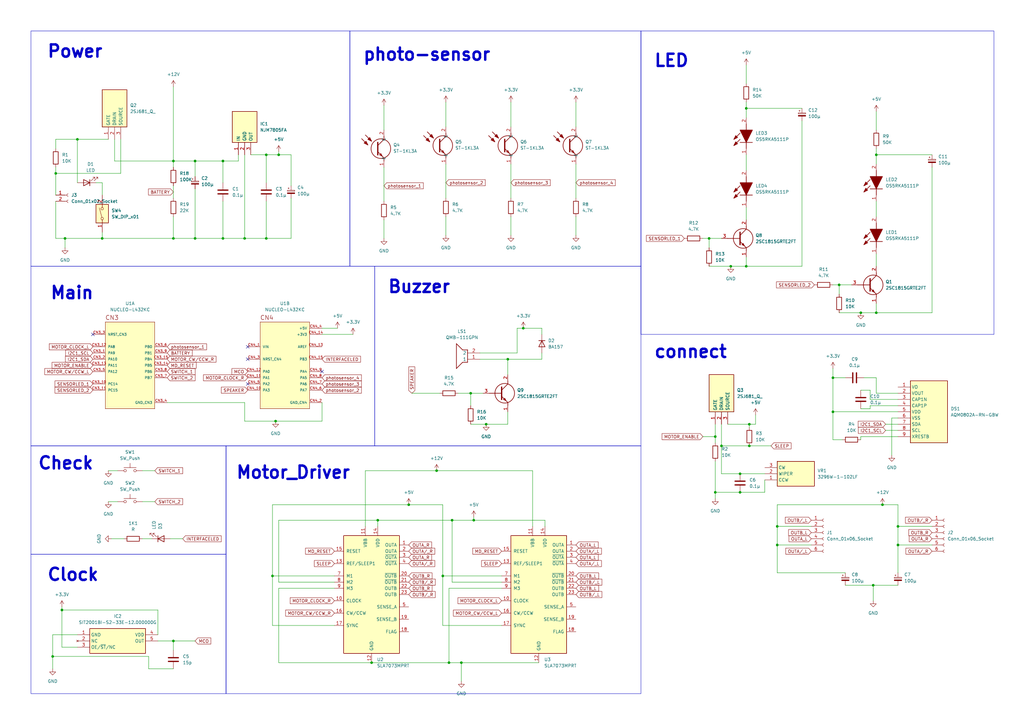
<source format=kicad_sch>
(kicad_sch (version 20231120) (generator "eeschema") (generator_version "8.0")
  (paper "A3")
  (junction (at 189.23 271.78))
  (junction (at 293.37 179.07))
  (junction (at 179.07 193.04))
  (junction (at 80.01 66.04))
  (junction (at 306.07 44.45))
  (junction (at 299.72 109.22))
  (junction (at 71.12 262.89))
  (junction (at 307.34 173.99))
  (junction (at 80.01 97.79))
  (junction (at 368.3 223.52))
  (junction (at 184.15 271.78))
  (junction (at 185.42 213.36))
  (junction (at 214.63 134.62))
  (junction (at 167.64 207.01))
  (junction (at 91.44 66.04))
  (junction (at 41.91 97.79))
  (junction (at 113.03 172.72))
  (junction (at 368.3 215.9))
  (junction (at 21.59 269.24))
  (junction (at 109.22 63.5))
  (junction (at 114.3 63.5))
  (junction (at 193.04 161.29))
  (junction (at 194.31 213.36))
  (junction (at 25.4 250.19))
  (junction (at 341.63 154.94))
  (junction (at 208.28 147.32))
  (junction (at 361.95 207.01))
  (junction (at 181.61 236.22))
  (junction (at 71.12 66.04))
  (junction (at 71.12 97.79))
  (junction (at 199.39 173.99))
  (junction (at 353.06 128.27))
  (junction (at 290.83 97.79))
  (junction (at 154.94 213.36))
  (junction (at 344.17 116.84))
  (junction (at 318.77 223.52))
  (junction (at 109.22 97.79))
  (junction (at 31.75 57.15))
  (junction (at 318.77 215.9))
  (junction (at 111.76 236.22))
  (junction (at 100.33 97.79))
  (junction (at 359.41 128.27))
  (junction (at 341.63 168.91))
  (junction (at 359.41 63.5))
  (junction (at 295.91 182.88))
  (junction (at 307.34 182.88))
  (junction (at 22.86 71.12))
  (junction (at 26.67 97.79))
  (junction (at 91.44 97.79))
  (junction (at 358.14 240.03))
  (junction (at 293.37 201.93))
  (junction (at 303.53 201.93))
  (junction (at 303.53 194.31))
  (junction (at 306.07 109.22))
  (junction (at 152.4 271.78))
  (no_connect (at 101.6 157.48))
  (no_connect (at 101.6 142.24))
  (no_connect (at 132.08 152.4))
  (no_connect (at 101.6 147.32))
  (no_connect (at 38.1 137.16))
  (wire (pts (xy 341.63 180.34) (xy 341.63 168.91)))
  (wire (pts (xy 49.53 71.12) (xy 49.53 57.15)))
  (wire (pts (xy 382.27 128.27) (xy 382.27 68.58)))
  (wire (pts (xy 306.07 26.67) (xy 306.07 34.29)))
  (wire (pts (xy 114.3 213.36) (xy 154.94 213.36)))
  (wire (pts (xy 102.87 63.5) (xy 109.22 63.5)))
  (wire (pts (xy 306.07 85.09) (xy 306.07 90.17)))
  (wire (pts (xy 184.15 241.3) (xy 184.15 271.78)))
  (wire (pts (xy 313.69 196.85) (xy 313.69 201.93)))
  (wire (pts (xy 332.74 223.52) (xy 318.77 223.52)))
  (wire (pts (xy 185.42 213.36) (xy 194.31 213.36)))
  (wire (pts (xy 208.28 147.32) (xy 222.25 147.32)))
  (wire (pts (xy 236.22 67.31) (xy 236.22 81.28)))
  (wire (pts (xy 359.41 60.96) (xy 359.41 63.5)))
  (wire (pts (xy 368.3 207.01) (xy 368.3 215.9)))
  (wire (pts (xy 295.91 182.88) (xy 307.34 182.88)))
  (wire (pts (xy 359.41 128.27) (xy 382.27 128.27)))
  (wire (pts (xy 368.3 215.9) (xy 368.3 223.52)))
  (wire (pts (xy 303.53 194.31) (xy 313.69 194.31)))
  (wire (pts (xy 218.44 193.04) (xy 218.44 215.9)))
  (wire (pts (xy 71.12 35.56) (xy 71.12 66.04)))
  (wire (pts (xy 22.86 68.58) (xy 22.86 71.12)))
  (wire (pts (xy 91.44 97.79) (xy 80.01 97.79)))
  (wire (pts (xy 181.61 207.01) (xy 167.64 207.01)))
  (wire (pts (xy 236.22 41.91) (xy 236.22 52.07)))
  (wire (pts (xy 189.23 271.78) (xy 220.98 271.78)))
  (wire (pts (xy 222.25 137.16) (xy 222.25 134.62)))
  (wire (pts (xy 132.08 137.16) (xy 144.78 137.16)))
  (wire (pts (xy 346.71 234.95) (xy 318.77 234.95)))
  (wire (pts (xy 359.41 104.14) (xy 359.41 109.22)))
  (wire (pts (xy 346.71 154.94) (xy 341.63 154.94)))
  (wire (pts (xy 313.69 201.93) (xy 303.53 201.93)))
  (wire (pts (xy 209.55 88.9) (xy 209.55 96.52)))
  (wire (pts (xy 181.61 236.22) (xy 181.61 207.01)))
  (wire (pts (xy 368.3 161.29) (xy 359.41 161.29)))
  (wire (pts (xy 361.95 207.01) (xy 368.3 207.01)))
  (wire (pts (xy 205.74 241.3) (xy 184.15 241.3)))
  (wire (pts (xy 22.86 57.15) (xy 22.86 60.96)))
  (wire (pts (xy 71.12 76.2) (xy 71.12 81.28)))
  (wire (pts (xy 290.83 97.79) (xy 295.91 97.79)))
  (wire (pts (xy 185.42 238.76) (xy 185.42 213.36)))
  (wire (pts (xy 58.42 205.74) (xy 63.5 205.74)))
  (wire (pts (xy 25.4 250.19) (xy 25.4 248.92)))
  (wire (pts (xy 80.01 77.47) (xy 80.01 97.79)))
  (wire (pts (xy 368.3 179.07) (xy 353.06 179.07)))
  (wire (pts (xy 21.59 269.24) (xy 60.96 269.24)))
  (wire (pts (xy 31.75 57.15) (xy 22.86 57.15)))
  (wire (pts (xy 223.52 213.36) (xy 223.52 215.9)))
  (wire (pts (xy 306.07 41.91) (xy 306.07 44.45)))
  (wire (pts (xy 80.01 66.04) (xy 80.01 72.39)))
  (wire (pts (xy 168.91 161.29) (xy 180.34 161.29)))
  (wire (pts (xy 181.61 256.54) (xy 181.61 236.22)))
  (wire (pts (xy 306.07 105.41) (xy 306.07 109.22)))
  (wire (pts (xy 359.41 154.94) (xy 354.33 154.94)))
  (wire (pts (xy 187.96 161.29) (xy 193.04 161.29)))
  (wire (pts (xy 368.3 163.83) (xy 356.87 163.83)))
  (wire (pts (xy 22.86 71.12) (xy 22.86 80.01)))
  (wire (pts (xy 359.41 45.72) (xy 359.41 53.34)))
  (wire (pts (xy 346.71 240.03) (xy 358.14 240.03)))
  (wire (pts (xy 359.41 63.5) (xy 382.27 63.5)))
  (wire (pts (xy 91.44 66.04) (xy 91.44 74.93)))
  (wire (pts (xy 44.45 57.15) (xy 31.75 57.15)))
  (wire (pts (xy 100.33 63.5) (xy 100.33 97.79)))
  (wire (pts (xy 39.37 74.93) (xy 41.91 74.93)))
  (wire (pts (xy 328.93 109.22) (xy 328.93 49.53)))
  (wire (pts (xy 114.3 63.5) (xy 119.38 63.5)))
  (wire (pts (xy 157.48 68.58) (xy 157.48 82.55)))
  (wire (pts (xy 64.77 262.89) (xy 71.12 262.89)))
  (wire (pts (xy 382.27 223.52) (xy 368.3 223.52)))
  (wire (pts (xy 149.86 193.04) (xy 149.86 215.9)))
  (wire (pts (xy 307.34 182.88) (xy 316.23 182.88)))
  (wire (pts (xy 236.22 88.9) (xy 236.22 96.52)))
  (wire (pts (xy 41.91 74.93) (xy 41.91 80.01)))
  (wire (pts (xy 114.3 63.5) (xy 114.3 62.23)))
  (wire (pts (xy 358.14 240.03) (xy 358.14 246.38)))
  (wire (pts (xy 109.22 63.5) (xy 109.22 74.93)))
  (wire (pts (xy 194.31 212.09) (xy 194.31 213.36)))
  (wire (pts (xy 356.87 163.83) (xy 356.87 160.02)))
  (wire (pts (xy 182.88 41.91) (xy 182.88 52.07)))
  (wire (pts (xy 306.07 63.5) (xy 306.07 69.85)))
  (wire (pts (xy 363.22 173.99) (xy 368.3 173.99)))
  (wire (pts (xy 344.17 116.84) (xy 344.17 120.65)))
  (wire (pts (xy 64.77 250.19) (xy 25.4 250.19)))
  (wire (pts (xy 114.3 238.76) (xy 114.3 213.36)))
  (wire (pts (xy 222.25 147.32) (xy 222.25 144.78)))
  (wire (pts (xy 353.06 179.07) (xy 353.06 180.34)))
  (wire (pts (xy 181.61 236.22) (xy 205.74 236.22)))
  (wire (pts (xy 306.07 109.22) (xy 299.72 109.22)))
  (wire (pts (xy 293.37 179.07) (xy 293.37 181.61)))
  (wire (pts (xy 21.59 260.35) (xy 21.59 269.24)))
  (wire (pts (xy 182.88 67.31) (xy 182.88 81.28)))
  (wire (pts (xy 341.63 154.94) (xy 341.63 168.91)))
  (wire (pts (xy 152.4 271.78) (xy 184.15 271.78)))
  (wire (pts (xy 71.12 66.04) (xy 46.99 66.04)))
  (wire (pts (xy 167.64 207.01) (xy 111.76 207.01)))
  (wire (pts (xy 80.01 66.04) (xy 71.12 66.04)))
  (wire (pts (xy 290.83 97.79) (xy 290.83 101.6)))
  (wire (pts (xy 21.59 269.24) (xy 21.59 274.32)))
  (wire (pts (xy 293.37 189.23) (xy 293.37 201.93)))
  (wire (pts (xy 132.08 165.1) (xy 132.08 172.72)))
  (wire (pts (xy 193.04 166.37) (xy 193.04 161.29)))
  (wire (pts (xy 64.77 260.35) (xy 64.77 250.19)))
  (wire (pts (xy 194.31 213.36) (xy 223.52 213.36)))
  (wire (pts (xy 306.07 44.45) (xy 328.93 44.45)))
  (wire (pts (xy 111.76 207.01) (xy 111.76 236.22)))
  (wire (pts (xy 68.58 165.1) (xy 100.33 165.1)))
  (wire (pts (xy 341.63 116.84) (xy 344.17 116.84)))
  (wire (pts (xy 31.75 265.43) (xy 25.4 265.43)))
  (wire (pts (xy 359.41 128.27) (xy 353.06 128.27)))
  (wire (pts (xy 182.88 88.9) (xy 182.88 96.52)))
  (wire (pts (xy 109.22 97.79) (xy 100.33 97.79)))
  (wire (pts (xy 306.07 44.45) (xy 306.07 48.26)))
  (wire (pts (xy 368.3 240.03) (xy 358.14 240.03)))
  (wire (pts (xy 344.17 128.27) (xy 353.06 128.27)))
  (wire (pts (xy 193.04 173.99) (xy 199.39 173.99)))
  (wire (pts (xy 341.63 154.94) (xy 341.63 151.13)))
  (wire (pts (xy 184.15 271.78) (xy 189.23 271.78)))
  (wire (pts (xy 71.12 262.89) (xy 80.01 262.89)))
  (wire (pts (xy 318.77 215.9) (xy 318.77 223.52)))
  (wire (pts (xy 97.79 63.5) (xy 97.79 66.04)))
  (wire (pts (xy 318.77 215.9) (xy 318.77 207.01)))
  (wire (pts (xy 309.88 173.99) (xy 309.88 170.18)))
  (wire (pts (xy 205.74 238.76) (xy 185.42 238.76)))
  (wire (pts (xy 199.39 173.99) (xy 208.28 173.99)))
  (wire (pts (xy 288.29 97.79) (xy 290.83 97.79)))
  (wire (pts (xy 303.53 201.93) (xy 293.37 201.93)))
  (wire (pts (xy 22.86 97.79) (xy 26.67 97.79)))
  (wire (pts (xy 359.41 63.5) (xy 359.41 67.31)))
  (wire (pts (xy 293.37 201.93) (xy 293.37 204.47)))
  (wire (pts (xy 157.48 90.17) (xy 157.48 97.79)))
  (wire (pts (xy 295.91 194.31) (xy 303.53 194.31)))
  (wire (pts (xy 208.28 168.91) (xy 208.28 173.99)))
  (wire (pts (xy 344.17 116.84) (xy 349.25 116.84)))
  (wire (pts (xy 295.91 173.99) (xy 295.91 182.88)))
  (wire (pts (xy 318.77 215.9) (xy 332.74 215.9)))
  (wire (pts (xy 368.3 223.52) (xy 368.3 234.95)))
  (wire (pts (xy 137.16 238.76) (xy 114.3 238.76)))
  (wire (pts (xy 41.91 95.25) (xy 41.91 97.79)))
  (wire (pts (xy 359.41 154.94) (xy 359.41 161.29)))
  (wire (pts (xy 368.3 215.9) (xy 382.27 215.9)))
  (wire (pts (xy 50.8 220.98) (xy 45.72 220.98)))
  (wire (pts (xy 154.94 213.36) (xy 185.42 213.36)))
  (wire (pts (xy 214.63 134.62) (xy 222.25 134.62)))
  (wire (pts (xy 22.86 82.55) (xy 22.86 97.79)))
  (wire (pts (xy 368.3 171.45) (xy 365.76 171.45)))
  (wire (pts (xy 62.23 220.98) (xy 58.42 220.98)))
  (wire (pts (xy 132.08 172.72) (xy 113.03 172.72)))
  (wire (pts (xy 111.76 236.22) (xy 137.16 236.22)))
  (wire (pts (xy 111.76 236.22) (xy 111.76 256.54)))
  (wire (pts (xy 100.33 172.72) (xy 113.03 172.72)))
  (wire (pts (xy 196.85 144.78) (xy 212.09 144.78)))
  (wire (pts (xy 193.04 161.29) (xy 198.12 161.29)))
  (wire (pts (xy 179.07 193.04) (xy 149.86 193.04)))
  (wire (pts (xy 119.38 63.5) (xy 119.38 76.2)))
  (wire (pts (xy 179.07 193.04) (xy 218.44 193.04)))
  (wire (pts (xy 341.63 168.91) (xy 368.3 168.91)))
  (wire (pts (xy 359.41 82.55) (xy 359.41 88.9)))
  (wire (pts (xy 91.44 82.55) (xy 91.44 97.79)))
  (wire (pts (xy 91.44 66.04) (xy 80.01 66.04)))
  (wire (pts (xy 60.96 269.24) (xy 60.96 274.32)))
  (wire (pts (xy 58.42 193.04) (xy 63.5 193.04)))
  (wire (pts (xy 31.75 57.15) (xy 31.75 74.93)))
  (wire (pts (xy 363.22 176.53) (xy 368.3 176.53)))
  (wire (pts (xy 209.55 67.31) (xy 209.55 81.28)))
  (wire (pts (xy 356.87 167.64) (xy 356.87 166.37)))
  (wire (pts (xy 60.96 274.32) (xy 71.12 274.32)))
  (wire (pts (xy 22.86 71.12) (xy 49.53 71.12)))
  (wire (pts (xy 71.12 97.79) (xy 71.12 88.9)))
  (wire (pts (xy 307.34 173.99) (xy 307.34 175.26)))
  (wire (pts (xy 154.94 213.36) (xy 154.94 215.9)))
  (wire (pts (xy 114.3 241.3) (xy 114.3 271.78)))
  (wire (pts (xy 307.34 173.99) (xy 309.88 173.99)))
  (wire (pts (xy 132.08 134.62) (xy 138.43 134.62)))
  (wire (pts (xy 100.33 97.79) (xy 91.44 97.79)))
  (wire (pts (xy 114.3 271.78) (xy 152.4 271.78)))
  (wire (pts (xy 26.67 101.6) (xy 26.67 97.79)))
  (wire (pts (xy 295.91 182.88) (xy 295.91 194.31)))
  (wire (pts (xy 196.85 147.32) (xy 208.28 147.32)))
  (wire (pts (xy 119.38 97.79) (xy 109.22 97.79)))
  (wire (pts (xy 157.48 43.18) (xy 157.48 53.34)))
  (wire (pts (xy 137.16 241.3) (xy 114.3 241.3)))
  (wire (pts (xy 109.22 63.5) (xy 114.3 63.5)))
  (wire (pts (xy 345.44 180.34) (xy 341.63 180.34)))
  (wire (pts (xy 26.67 97.79) (xy 41.91 97.79)))
  (wire (pts (xy 119.38 81.28) (xy 119.38 97.79)))
  (wire (pts (xy 46.99 66.04) (xy 46.99 57.15)))
  (wire (pts (xy 74.93 220.98) (xy 69.85 220.98)))
  (wire (pts (xy 288.29 179.07) (xy 293.37 179.07)))
  (wire (pts (xy 31.75 260.35) (xy 21.59 260.35)))
  (wire (pts (xy 109.22 82.55) (xy 109.22 97.79)))
  (wire (pts (xy 359.41 124.46) (xy 359.41 128.27)))
  (wire (pts (xy 290.83 109.22) (xy 299.72 109.22)))
  (wire (pts (xy 318.77 207.01) (xy 361.95 207.01)))
  (wire (pts (xy 209.55 41.91) (xy 209.55 52.07)))
  (wire (pts (xy 298.45 173.99) (xy 307.34 173.99)))
  (wire (pts (xy 356.87 166.37) (xy 368.3 166.37)))
  (wire (pts (xy 356.87 160.02) (xy 353.06 160.02)))
  (wire (pts (xy 80.01 97.79) (xy 71.12 97.79)))
  (wire (pts (xy 71.12 66.04) (xy 71.12 68.58)))
  (wire (pts (xy 353.06 167.64) (xy 356.87 167.64)))
  (wire (pts (xy 293.37 173.99) (xy 293.37 179.07)))
  (wire (pts (xy 318.77 223.52) (xy 318.77 234.95)))
  (wire (pts (xy 212.09 134.62) (xy 214.63 134.62)))
  (wire (pts (xy 208.28 147.32) (xy 208.28 153.67)))
  (wire (pts (xy 97.79 66.04) (xy 91.44 66.04)))
  (wire (pts (xy 137.16 256.54) (xy 111.76 256.54)))
  (wire (pts (xy 212.09 144.78) (xy 212.09 134.62)))
  (wire (pts (xy 44.45 193.04) (xy 48.26 193.04)))
  (wire (pts (xy 44.45 205.74) (xy 48.26 205.74)))
  (wire (pts (xy 41.91 97.79) (xy 71.12 97.79)))
  (wire (pts (xy 100.33 165.1) (xy 100.33 172.72)))
  (wire (pts (xy 306.07 109.22) (xy 328.93 109.22)))
  (wire (pts (xy 189.23 271.78) (xy 189.23 279.4)))
  (wire (pts (xy 71.12 262.89) (xy 71.12 266.7)))
  (wire (pts (xy 365.76 171.45) (xy 365.76 186.69)))
  (wire (pts (xy 25.4 265.43) (xy 25.4 250.19)))
  (wire (pts (xy 205.74 256.54) (xy 181.61 256.54)))
  (rectangle (start 12.7 12.7) (end 143.51 109.22))
  (rectangle (start 92.71 182.88) (end 262.89 284.48))
  (rectangle (start 12.7 182.88) (end 92.71 227.33))
  (rectangle (start 262.89 12.7) (end 407.67 137.16))
  (rectangle (start 12.7 227.33) (end 92.71 284.48))
  (rectangle (start 153.67 109.22) (end 262.89 182.88))
  (rectangle (start 143.51 12.7) (end 262.89 109.22))
  (rectangle (start 12.7 109.22) (end 153.67 182.88))
  (text "photo-sensor\n" (at 148.59 25.4 0) (effects (font (size 5 5) (bold yes)) (justify left bottom)))
  (text "Check\n" (at 15.24 193.04 0) (effects (font (size 5 5) (thickness 1) (bold yes)) (justify left bottom)))
  (text "Power" (at 19.05 24.13 0) (effects (font (size 5 5) (thickness 1) (bold yes)) (justify left bottom)))
  (text "connect" (at 267.97 147.32 0) (effects (font (size 5 5) (bold yes)) (justify left bottom)))
  (text "Buzzer" (at 158.75 120.65 0) (effects (font (size 5 5) (bold yes)) (justify left bottom)))
  (text "Motor_Driver" (at 96.52 196.85 0) (effects (font (size 5 5) (bold yes)) (justify left bottom)))
  (text "Main" (at 20.32 123.19 0) (effects (font (size 5 5) (bold yes)) (justify left bottom)))
  (text "LED" (at 267.97 27.94 0) (effects (font (size 5 5) (bold yes)) (justify left bottom)))
  (text "Clock" (at 19.05 238.76 0) (effects (font (size 5 5) (thickness 1) (bold yes)) (justify left bottom)))
  (global_label "photosensor_3" (shape input) (at 209.55 74.93 0) (property "Intersheetrefs" "${INTERSHEET_REFS}" (effects (hide yes))))
  (global_label "I2C1_SCL" (shape input) (at 363.22 176.53 180) (property "Intersheetrefs" "${INTERSHEET_REFS}" (effects (hide yes))))
  (global_label "OUTA{slash}_R" (shape input) (at 167.64 226.06 0) (property "Intersheetrefs" "${INTERSHEET_REFS}" (effects (hide yes))))
  (global_label "OUTB{slash}_R" (shape input) (at 167.64 243.84 0) (property "Intersheetrefs" "${INTERSHEET_REFS}" (effects (hide yes))))
  (global_label "SWITCH_2" (shape input) (at 68.58 154.94 0) (property "Intersheetrefs" "${INTERSHEET_REFS}" (effects (hide yes))))
  (global_label "SWITCH_1" (shape input) (at 68.58 152.4 0) (property "Intersheetrefs" "${INTERSHEET_REFS}" (effects (hide yes))))
  (global_label "photosensor_2" (shape input) (at 182.88 74.93 0) (property "Intersheetrefs" "${INTERSHEET_REFS}" (effects (hide yes))))
  (global_label "SENSORLED_2" (shape input) (at 38.1 160.02 180) (property "Intersheetrefs" "${INTERSHEET_REFS}" (effects (hide yes))))
  (global_label "OUTB{slash}_R" (shape input) (at 382.27 213.36 180) (property "Intersheetrefs" "${INTERSHEET_REFS}" (effects (hide yes))))
  (global_label "photosensor_1" (shape input) (at 157.48 76.2 0) (property "Intersheetrefs" "${INTERSHEET_REFS}" (effects (hide yes))))
  (global_label "SENSORLED_1" (shape input) (at 280.67 97.79 180) (property "Intersheetrefs" "${INTERSHEET_REFS}" (effects (hide yes))))
  (global_label "I2C1_SDA" (shape input) (at 363.22 173.99 180) (property "Intersheetrefs" "${INTERSHEET_REFS}" (effects (hide yes))))
  (global_label "OUTB{slash}_L" (shape input) (at 236.22 243.84 0) (property "Intersheetrefs" "${INTERSHEET_REFS}" (effects (hide yes))))
  (global_label "MCO" (shape input) (at 80.01 262.89 0) (property "Intersheetrefs" "${INTERSHEET_REFS}" (effects (hide yes))))
  (global_label "photosensor_2" (shape input) (at 132.08 160.02 0) (property "Intersheetrefs" "${INTERSHEET_REFS}" (effects (hide yes))))
  (global_label "MOTOR_CW{slash}CCW_L" (shape input) (at 38.1 152.4 180) (property "Intersheetrefs" "${INTERSHEET_REFS}" (effects (hide yes))))
  (global_label "photosensor_4" (shape input) (at 236.22 74.93 0) (property "Intersheetrefs" "${INTERSHEET_REFS}" (effects (hide yes))))
  (global_label "MD_RESET" (shape input) (at 137.16 226.06 180) (property "Intersheetrefs" "${INTERSHEET_REFS}" (effects (hide yes))))
  (global_label "SENSORLED_2" (shape input) (at 334.01 116.84 180) (property "Intersheetrefs" "${INTERSHEET_REFS}" (effects (hide yes))))
  (global_label "OUTA{slash}_L" (shape input) (at 236.22 226.06 0) (property "Intersheetrefs" "${INTERSHEET_REFS}" (effects (hide yes))))
  (global_label "OUTA{slash}_L" (shape input) (at 332.74 226.06 180) (property "Intersheetrefs" "${INTERSHEET_REFS}" (effects (hide yes))))
  (global_label "OUTB_L" (shape input) (at 236.22 241.3 0) (property "Intersheetrefs" "${INTERSHEET_REFS}" (effects (hide yes))))
  (global_label "MOTOR_CLOCK_L" (shape input) (at 38.1 142.24 180) (property "Intersheetrefs" "${INTERSHEET_REFS}" (effects (hide yes))))
  (global_label "OUTB{slash}_L" (shape input) (at 332.74 213.36 180) (property "Intersheetrefs" "${INTERSHEET_REFS}" (effects (hide yes))))
  (global_label "SLEEP" (shape input) (at 137.16 231.14 180) (property "Intersheetrefs" "${INTERSHEET_REFS}" (effects (hide yes))))
  (global_label "INTERFACELED" (shape input) (at 132.08 147.32 0) (property "Intersheetrefs" "${INTERSHEET_REFS}" (effects (hide yes))))
  (global_label "MD_RESET" (shape input) (at 205.74 226.06 180) (property "Intersheetrefs" "${INTERSHEET_REFS}" (effects (hide yes))))
  (global_label "OUTA_R" (shape input) (at 382.27 220.98 180) (property "Intersheetrefs" "${INTERSHEET_REFS}" (effects (hide yes))))
  (global_label "OUTB_R" (shape input) (at 167.64 241.3 0) (property "Intersheetrefs" "${INTERSHEET_REFS}" (effects (hide yes))))
  (global_label "MCO" (shape input) (at 101.6 152.4 180) (property "Intersheetrefs" "${INTERSHEET_REFS}" (effects (hide yes))))
  (global_label "photosensor_4" (shape input) (at 132.08 154.94 0) (property "Intersheetrefs" "${INTERSHEET_REFS}" (effects (hide yes))))
  (global_label "SWITCH_2" (shape input) (at 63.5 205.74 0) (property "Intersheetrefs" "${INTERSHEET_REFS}" (effects (hide yes))))
  (global_label "OUTA_L" (shape input) (at 236.22 228.6 0) (property "Intersheetrefs" "${INTERSHEET_REFS}" (effects (hide yes))))
  (global_label "OUTB_R" (shape input) (at 382.27 218.44 180) (property "Intersheetrefs" "${INTERSHEET_REFS}" (effects (hide yes))))
  (global_label "OUTA_L" (shape input) (at 332.74 220.98 180) (property "Intersheetrefs" "${INTERSHEET_REFS}" (effects (hide yes))))
  (global_label "OUTB{slash}_L" (shape input) (at 236.22 238.76 0) (property "Intersheetrefs" "${INTERSHEET_REFS}" (effects (hide yes))))
  (global_label "SLEEP" (shape input) (at 205.74 231.14 180) (property "Intersheetrefs" "${INTERSHEET_REFS}" (effects (hide yes))))
  (global_label "OUTA{slash}_R" (shape input) (at 167.64 231.14 0) (property "Intersheetrefs" "${INTERSHEET_REFS}" (effects (hide yes))))
  (global_label "MOTOR_CW{slash}CCW_R" (shape input) (at 137.16 251.46 180) (property "Intersheetrefs" "${INTERSHEET_REFS}" (effects (hide yes))))
  (global_label "MOTOR_CW{slash}CCW_L" (shape input) (at 205.74 251.46 180) (property "Intersheetrefs" "${INTERSHEET_REFS}" (effects (hide yes))))
  (global_label "BATTERY" (shape input) (at 71.12 78.74 180) (property "Intersheetrefs" "${INTERSHEET_REFS}" (effects (hide yes))))
  (global_label "OUTB{slash}_R" (shape input) (at 167.64 238.76 0) (property "Intersheetrefs" "${INTERSHEET_REFS}" (effects (hide yes))))
  (global_label "OUTB_L" (shape input) (at 236.22 236.22 0) (property "Intersheetrefs" "${INTERSHEET_REFS}" (effects (hide yes))))
  (global_label "OUTA_R" (shape input) (at 167.64 228.6 0) (property "Intersheetrefs" "${INTERSHEET_REFS}" (effects (hide yes))))
  (global_label "MOTOR_ENABLE" (shape input) (at 38.1 149.86 180) (property "Intersheetrefs" "${INTERSHEET_REFS}" (effects (hide yes))))
  (global_label "MOTOR_CLOCK_R" (shape input) (at 101.6 154.94 180) (property "Intersheetrefs" "${INTERSHEET_REFS}" (effects (hide yes))))
  (global_label "MOTOR_ENABLE" (shape input) (at 288.29 179.07 180) (property "Intersheetrefs" "${INTERSHEET_REFS}" (effects (hide yes))))
  (global_label "SENSORLED_1" (shape input) (at 38.1 157.48 180) (property "Intersheetrefs" "${INTERSHEET_REFS}" (effects (hide yes))))
  (global_label "photosensor_3" (shape input) (at 132.08 157.48 0) (property "Intersheetrefs" "${INTERSHEET_REFS}" (effects (hide yes))))
  (global_label "OUTB_R" (shape input) (at 167.64 236.22 0) (property "Intersheetrefs" "${INTERSHEET_REFS}" (effects (hide yes))))
  (global_label "OUTA{slash}_R" (shape input) (at 382.27 226.06 180) (property "Intersheetrefs" "${INTERSHEET_REFS}" (effects (hide yes))))
  (global_label "MOTOR_CLOCK_L" (shape input) (at 205.74 246.38 180) (property "Intersheetrefs" "${INTERSHEET_REFS}" (effects (hide yes))))
  (global_label "SPEAKER" (shape input) (at 168.91 161.29 90) (property "Intersheetrefs" "${INTERSHEET_REFS}" (effects (hide yes))))
  (global_label "SLEEP" (shape input) (at 316.23 182.88 0) (property "Intersheetrefs" "${INTERSHEET_REFS}" (effects (hide yes))))
  (global_label "BATTERY" (shape input) (at 68.58 144.78 0) (property "Intersheetrefs" "${INTERSHEET_REFS}" (effects (hide yes))))
  (global_label "OUTB_L" (shape input) (at 332.74 218.44 180) (property "Intersheetrefs" "${INTERSHEET_REFS}" (effects (hide yes))))
  (global_label "OUTA_R" (shape input) (at 167.64 223.52 0) (property "Intersheetrefs" "${INTERSHEET_REFS}" (effects (hide yes))))
  (global_label "I2C1_SDA" (shape input) (at 38.1 147.32 180) (property "Intersheetrefs" "${INTERSHEET_REFS}" (effects (hide yes))))
  (global_label "SWITCH_1" (shape input) (at 63.5 193.04 0) (property "Intersheetrefs" "${INTERSHEET_REFS}" (effects (hide yes))))
  (global_label "MOTOR_CLOCK_R" (shape input) (at 137.16 246.38 180) (property "Intersheetrefs" "${INTERSHEET_REFS}" (effects (hide yes))))
  (global_label "OUTA_L" (shape input) (at 236.22 223.52 0) (property "Intersheetrefs" "${INTERSHEET_REFS}" (effects (hide yes))))
  (global_label "OUTA{slash}_L" (shape input) (at 236.22 231.14 0) (property "Intersheetrefs" "${INTERSHEET_REFS}" (effects (hide yes))))
  (global_label "MOTOR_CW{slash}CCW_R" (shape input) (at 68.58 147.32 0) (property "Intersheetrefs" "${INTERSHEET_REFS}" (effects (hide yes))))
  (global_label "MD_RESET" (shape input) (at 68.58 149.86 0) (property "Intersheetrefs" "${INTERSHEET_REFS}" (effects (hide yes))))
  (global_label "I2C1_SCL" (shape input) (at 38.1 144.78 180) (property "Intersheetrefs" "${INTERSHEET_REFS}" (effects (hide yes))))
  (global_label "photosensor_1" (shape input) (at 68.58 142.24 0) (property "Intersheetrefs" "${INTERSHEET_REFS}" (effects (hide yes))))
  (global_label "SPEAKER" (shape input) (at 101.6 160.02 180) (property "Intersheetrefs" "${INTERSHEET_REFS}" (effects (hide yes))))
  (global_label "INTERFACELED" (shape input) (at 74.93 220.98 0) (property "Intersheetrefs" "${INTERSHEET_REFS}" (effects (hide yes))))
  (symbol (lib_id "Device:C") (at 71.12 270.51 0) (unit 1)
    (property "Reference" "C5" (at 74.93 269.24 0) (effects (justify left)))
    (property "Value" "15p" (at 74.93 271.78 0) (effects (justify left)))
    (property "Footprint" "Capacitor_SMD:C_0603_1608Metric" (effects (hide yes)))
  )
  (symbol (lib_id "Driver_Motor:SLA7073MPRT") (at 220.98 243.84 0) (unit 1)
    (property "Reference" "U3" (at 223.1741 270.51 0) (effects (justify left)))
    (property "Value" "SLA7073MPRT" (at 223.1741 273.05 0) (effects (justify left)))
    (property "Footprint" "SLA7073MPRT:SLA7073MPRT" (effects (hide yes)))
    (property "Datasheet" "http://www.semicon.sanken-ele.co.jp/sk_content/sla7073mprt_ds_en.pdf" (effects (hide yes)))
  )
  (symbol (lib_id "power:+3.3V") (at 157.48 43.18 0) (unit 1)
    (property "Reference" "#PWR017" (effects (hide yes)))
    (property "Value" "+3.3V" (at 157.48 38.1 0))
  )
  (symbol (lib_id "Switch:SW_Push") (at 53.34 193.04 0) (unit 1)
    (property "Reference" "SW1" (at 53.34 185.42 0))
    (property "Value" "SW_Push" (at 53.34 187.96 0))
    (property "Footprint" "Button_Switch_THT:SW_PUSH_6mm_H7.3mm" (effects (hide yes)))
  )
  (symbol (lib_id "ST-1KL3A:ST-1KL3A") (at 157.48 53.34 0) (unit 1)
    (property "Reference" "Q4" (at 161.29 59.436 0) (effects (justify left)))
    (property "Value" "ST-1KL3A" (at 161.29 61.976 0) (effects (justify left)))
    (property "Footprint" "ST-1KL3A:ST1KL3A" (effects (hide yes)))
    (property "Datasheet" "https://www.kodenshi.co.jp/files/product/ST-1KL3A.pdf" (effects (hide yes)))
    (property "Height" "6.7" (effects (hide yes)))
    (property "RS Part Number" "6051442" (effects (hide yes)))
    (property "RS Price/Stock" "https://uk.rs-online.com/web/p/products/6051442" (effects (hide yes)))
    (property "Manufacturer_Name" "KODENSHI" (effects (hide yes)))
    (property "Manufacturer_Part_Number" "ST-1KL3A" (effects (hide yes)))
  )
  (symbol (lib_id "ST-1KL3A:ST-1KL3A") (at 209.55 52.07 0) (unit 1)
    (property "Reference" "Q6" (at 213.36 58.166 0) (effects (justify left)))
    (property "Value" "ST-1KL3A" (at 213.36 60.706 0) (effects (justify left)))
    (property "Footprint" "ST-1KL3A:ST1KL3A" (effects (hide yes)))
    (property "Datasheet" "https://www.kodenshi.co.jp/files/product/ST-1KL3A.pdf" (effects (hide yes)))
    (property "Height" "6.7" (effects (hide yes)))
    (property "RS Part Number" "6051442" (effects (hide yes)))
    (property "RS Price/Stock" "https://uk.rs-online.com/web/p/products/6051442" (effects (hide yes)))
    (property "Manufacturer_Name" "KODENSHI" (effects (hide yes)))
    (property "Manufacturer_Part_Number" "ST-1KL3A" (effects (hide yes)))
  )
  (symbol (lib_id "power:+12V") (at 361.95 207.01 0) (unit 1)
    (property "Reference" "#PWR014" (effects (hide yes)))
    (property "Value" "+12V" (at 361.95 201.93 0))
  )
  (symbol (lib_id "power:GND") (at 157.48 97.79 0) (unit 1)
    (property "Reference" "#PWR018" (effects (hide yes)))
    (property "Value" "GND" (at 157.48 102.87 0))
  )
  (symbol (lib_id "Device:R") (at 290.83 105.41 0) (unit 1)
    (property "Reference" "R13" (at 293.37 104.14 0) (effects (justify left)))
    (property "Value" "10K" (at 293.37 106.68 0) (effects (justify left)))
    (property "Footprint" "Resistor_SMD:R_0603_1608Metric_Pad0.98x0.95mm_HandSolder" (effects (hide yes)))
  )
  (symbol (lib_id "Device:R") (at 284.48 97.79 270) (unit 1)
    (property "Reference" "R12" (at 284.48 91.44 90))
    (property "Value" "4.7K" (at 284.48 93.98 90))
    (property "Footprint" "Resistor_SMD:R_0603_1608Metric_Pad0.98x0.95mm_HandSolder" (effects (hide yes)))
  )
  (symbol (lib_id "Connector:Conn_01x06_Socket") (at 387.35 218.44 0) (unit 1)
    (property "Reference" "J2" (at 388.62 218.44 0) (effects (justify left)))
    (property "Value" "Conn_01x06_Socket" (at 388.62 220.98 0) (effects (justify left)))
    (property "Footprint" "Connector_JST:JST_XH_B6B-XH-A_1x06_P2.50mm_Vertical" (effects (hide yes)))
  )
  (symbol (lib_id "power:GND") (at 299.72 109.22 0) (unit 1)
    (property "Reference" "#PWR027" (effects (hide yes)))
    (property "Value" "GND" (at 299.72 114.3 0))
  )
  (symbol (lib_id "Device:C_Polarized_Small") (at 119.38 78.74 0) (unit 1)
    (property "Reference" "C4" (at 121.92 76.9239 0) (effects (justify left)))
    (property "Value" "100μ" (at 121.92 79.4639 0) (effects (justify left)))
    (property "Footprint" "Capacitor_THT:CP_Radial_D6.3mm_P2.50mm" (effects (hide yes)))
  )
  (symbol (lib_id "power:GND") (at 45.72 220.98 270) (mirror x) (unit 1)
    (property "Reference" "#PWR033" (effects (hide yes)))
    (property "Value" "GND" (at 40.64 220.98 0))
  )
  (symbol (lib_id "power:+5V") (at 138.43 134.62 0) (unit 1)
    (property "Reference" "#PWR02" (effects (hide yes)))
    (property "Value" "+5V" (at 138.43 129.54 0))
  )
  (symbol (lib_id "power:GND") (at 236.22 96.52 0) (unit 1)
    (property "Reference" "#PWR024" (effects (hide yes)))
    (property "Value" "GND" (at 236.22 101.6 0))
  )
  (symbol (lib_id "Device:R") (at 71.12 85.09 0) (unit 1)
    (property "Reference" "R19" (at 73.66 83.82 0) (effects (justify left)))
    (property "Value" "22K" (at 73.66 86.36 0) (effects (justify left)))
    (property "Footprint" "Resistor_SMD:R_0603_1608Metric_Pad0.98x0.95mm_HandSolder" (effects (hide yes)))
  )
  (symbol (lib_id "power:+12V") (at 71.12 35.56 0) (unit 1)
    (property "Reference" "#PWR034" (effects (hide yes)))
    (property "Value" "+12V" (at 71.12 30.48 0))
  )
  (symbol (lib_id "Device:R") (at 157.48 86.36 0) (unit 1)
    (property "Reference" "R5" (at 160.02 85.09 0) (effects (justify left)))
    (property "Value" "4.7K" (at 160.02 87.63 0) (effects (justify left)))
    (property "Footprint" "Resistor_SMD:R_0603_1608Metric_Pad0.98x0.95mm_HandSolder" (effects (hide yes)))
  )
  (symbol (lib_id "power:+3.3V") (at 25.4 248.92 0) (unit 1)
    (property "Reference" "#PWR05" (effects (hide yes)))
    (property "Value" "+3.3V" (at 25.4 243.84 0))
  )
  (symbol (lib_id "power:+3.3V") (at 209.55 41.91 0) (unit 1)
    (property "Reference" "#PWR021" (effects (hide yes)))
    (property "Value" "+3.3V" (at 209.55 36.83 0))
  )
  (symbol (lib_id "Device:R") (at 344.17 124.46 0) (unit 1)
    (property "Reference" "R10" (at 346.71 123.19 0) (effects (justify left)))
    (property "Value" "10K" (at 346.71 125.73 0) (effects (justify left)))
    (property "Footprint" "Resistor_SMD:R_0603_1608Metric_Pad0.98x0.95mm_HandSolder" (effects (hide yes)))
  )
  (symbol (lib_id "power:GND") (at 353.06 128.27 0) (unit 1)
    (property "Reference" "#PWR026" (effects (hide yes)))
    (property "Value" "GND" (at 353.06 133.35 0))
  )
  (symbol (lib_id "2SJ681_Q_:2SJ681_Q_") (at 293.37 173.99 90) (unit 1)
    (property "Reference" "Q3" (at 302.26 160.02 90) (effects (justify right)))
    (property "Value" "2SJ681_Q_" (at 302.26 162.56 90) (effects (justify right)))
    (property "Footprint" "2SJ681_Q_:TO230P250X650X900-3P" (effects (hide yes)))
    (property "Datasheet" "https://datasheet.datasheetarchive.com/originals/distributors/Datasheets-SFU2/DSASFU100039949.pdf" (effects (hide yes)))
    (property "Height" "2.5" (effects (hide yes)))
    (property "Manufacturer_Name" "Toshiba" (effects (hide yes)))
    (property "Manufacturer_Part_Number" "2SJ681(Q)" (effects (hide yes)))
  )
  (symbol (lib_id "NUCLEO-L432KC:NUCLEO-L432KC") (at 116.84 149.86 0) (unit 2)
    (property "Reference" "U1" (at 116.84 124.46 0))
    (property "Value" "NUCLEO-L432KC" (at 116.84 127 0))
    (property "Footprint" "NUCLEO-L432KC:MODULE_NUCLEO-L432KC" (effects (hide yes)))
    (property "Description" "\nSTM32L432KC, mbed-Enabled Development Nucleo-32 STM32L4 ARM® Cortex®-M4 MCU 32-Bit Embedded Evaluation Board\n" (effects (hide yes)))
    (property "MF" "STMicroelectronics" (effects (hide yes)))
    (property "MAXIMUM_PACKAGE_HEIGHT" "N/A" (effects (hide yes)))
    (property "Package" "None" (effects (hide yes)))
    (property "Price" "None" (effects (hide yes)))
    (property "Check_prices" "https://www.snapeda.com/parts/NUCLEO-L432KC/STMicroelectronics/view-part/?ref=eda" (effects (hide yes)))
    (property "STANDARD" "Manufacturer Recommendations" (effects (hide yes)))
    (property "PARTREV" "N/A" (effects (hide yes)))
    (property "SnapEDA_Link" "https://www.snapeda.com/parts/NUCLEO-L432KC/STMicroelectronics/view-part/?ref=snap" (effects (hide yes)))
    (property "MP" "NUCLEO-L432KC" (effects (hide yes)))
    (property "Purchase-URL" "https://www.snapeda.com/api/url_track_click_mouser/?unipart_id=628463&manufacturer=STMicroelectronics&part_name=NUCLEO-L432KC&search_term=None" (effects (hide yes)))
    (property "Availability" "In Stock" (effects (hide yes)))
    (property "MANUFACTURER" "ST Microelectronics" (effects (hide yes)))
  )
  (symbol (lib_id "2SC1815GRTE2FT:2SC1815GRTE2FT") (at 349.25 116.84 0) (unit 1)
    (property "Reference" "Q1" (at 363.22 115.57 0) (effects (justify left)))
    (property "Value" "2SC1815GRTE2FT" (at 363.22 118.11 0) (effects (justify left)))
    (property "Footprint" "Package_TO_SOT_SMD:SOT-23" (effects (hide yes)))
    (property "Datasheet" "http://media.digikey.com/pdf/Data%20Sheets/Toshiba%20PDFs/2SC1815.pdf" (effects (hide yes)))
    (property "Height" "4.7" (effects (hide yes)))
    (property "Manufacturer_Name" "Toshiba" (effects (hide yes)))
    (property "Manufacturer_Part_Number" "2SC1815GRTE2FT" (effects (hide yes)))
  )
  (symbol (lib_id "Connector:Conn_01x02_Socket") (at 27.94 80.01 0) (unit 1)
    (property "Reference" "J3" (at 29.21 80.01 0) (effects (justify left)))
    (property "Value" "Conn_01x02_Socket" (at 29.21 82.55 0) (effects (justify left)))
    (property "Footprint" "Connector_JST:JST_XH_B2B-XH-A_1x02_P2.50mm_Vertical" (effects (hide yes)))
  )
  (symbol (lib_id "Device:R") (at 306.07 38.1 0) (unit 1)
    (property "Reference" "R14" (at 308.61 36.83 0) (effects (justify left)))
    (property "Value" "50K" (at 308.61 39.37 0) (effects (justify left)))
    (property "Footprint" "Resistor_SMD:R_0603_1608Metric_Pad0.98x0.95mm_HandSolder" (effects (hide yes)))
  )
  (symbol (lib_id "power:GND") (at 189.23 279.4 0) (unit 1)
    (property "Reference" "#PWR012" (effects (hide yes)))
    (property "Value" "GND" (at 189.23 284.48 0))
  )
  (symbol (lib_id "power:GND") (at 26.67 101.6 0) (unit 1)
    (property "Reference" "#PWR035" (effects (hide yes)))
    (property "Value" "GND" (at 26.67 106.68 0))
  )
  (symbol (lib_id "Device:R") (at 193.04 170.18 180) (unit 1)
    (property "Reference" "R16" (at 195.58 168.91 0) (effects (justify right)))
    (property "Value" "10K" (at 195.58 171.45 0) (effects (justify right)))
    (property "Footprint" "Resistor_SMD:R_0603_1608Metric_Pad0.98x0.95mm_HandSolder" (effects (hide yes)))
  )
  (symbol (lib_id "Device:C_Polarized_Small") (at 328.93 46.99 0) (unit 1)
    (property "Reference" "C12" (at 331.47 45.1739 0) (effects (justify left)))
    (property "Value" "100μ" (at 331.47 47.7139 0) (effects (justify left)))
    (property "Footprint" "Capacitor_THT:CP_Radial_D6.3mm_P2.50mm" (effects (hide yes)))
  )
  (symbol (lib_id "OS5RKA5111P:OS5RKA5111P") (at 306.07 63.5 90) (unit 1)
    (property "Reference" "LED3" (at 309.88 54.61 90) (effects (justify right)))
    (property "Value" "OS5RKA5111P" (at 309.88 57.15 90) (effects (justify right)))
    (property "Footprint" "OS5RKA5111P:OS5RKA5111P" (effects (hide yes)))
    (property "Datasheet" "http://akizukidenshi.com/download/ds/optosupply/OS5RKA5111P.pdf" (effects (hide yes)))
    (property "Manufacturer_Name" "OptoSupply" (effects (hide yes)))
    (property "Manufacturer_Part_Number" "OS5RKA5111P" (effects (hide yes)))
  )
  (symbol (lib_id "Driver_Motor:SLA7073MPRT") (at 152.4 243.84 0) (unit 1)
    (property "Reference" "U2" (at 154.5941 270.51 0) (effects (justify left)))
    (property "Value" "SLA7073MPRT" (at 154.5941 273.05 0) (effects (justify left)))
    (property "Footprint" "SLA7073MPRT:SLA7073MPRT" (effects (hide yes)))
    (property "Datasheet" "http://www.semicon.sanken-ele.co.jp/sk_content/sla7073mprt_ds_en.pdf" (effects (hide yes)))
  )
  (symbol (lib_id "power:GND") (at 182.88 96.52 0) (unit 1)
    (property "Reference" "#PWR020" (effects (hide yes)))
    (property "Value" "GND" (at 182.88 101.6 0))
  )
  (symbol (lib_id "power:+3.3V") (at 144.78 137.16 0) (unit 1)
    (property "Reference" "#PWR03" (effects (hide yes)))
    (property "Value" "+3.3V" (at 144.78 132.08 0))
  )
  (symbol (lib_id "Device:R") (at 293.37 185.42 0) (unit 1)
    (property "Reference" "R2" (at 295.91 184.15 0) (effects (justify left)))
    (property "Value" "10K" (at 295.91 186.69 0) (effects (justify left)))
    (property "Footprint" "Resistor_SMD:R_0603_1608Metric_Pad0.98x0.95mm_HandSolder" (effects (hide yes)))
  )
  (symbol (lib_id "Device:R") (at 71.12 72.39 0) (unit 1)
    (property "Reference" "R18" (at 73.66 71.12 0) (effects (justify left)))
    (property "Value" "100K" (at 73.66 73.66 0) (effects (justify left)))
    (property "Footprint" "Resistor_SMD:R_0603_1608Metric_Pad0.98x0.95mm_HandSolder" (effects (hide yes)))
  )
  (symbol (lib_id "power:GND") (at 293.37 204.47 0) (unit 1)
    (property "Reference" "#PWR07" (effects (hide yes)))
    (property "Value" "GND" (at 293.37 209.55 0))
  )
  (symbol (lib_id "Device:R") (at 22.86 64.77 0) (unit 1)
    (property "Reference" "R1" (at 25.4 63.5 0) (effects (justify left)))
    (property "Value" "10K" (at 25.4 66.04 0) (effects (justify left)))
    (property "Footprint" "Resistor_SMD:R_0603_1608Metric_Pad0.98x0.95mm_HandSolder" (effects (hide yes)))
  )
  (symbol (lib_id "Connector:Conn_01x06_Socket") (at 337.82 218.44 0) (unit 1)
    (property "Reference" "J1" (at 339.09 218.44 0) (effects (justify left)))
    (property "Value" "Conn_01x06_Socket" (at 339.09 220.98 0) (effects (justify left)))
    (property "Footprint" "Connector_JST:JST_XH_B6B-XH-A_1x06_P2.50mm_Vertical" (effects (hide yes)))
  )
  (symbol (lib_id "Device:R") (at 236.22 85.09 0) (unit 1)
    (property "Reference" "R8" (at 238.76 83.82 0) (effects (justify left)))
    (property "Value" "4.7K" (at 238.76 86.36 0) (effects (justify left)))
    (property "Footprint" "Resistor_SMD:R_0603_1608Metric_Pad0.98x0.95mm_HandSolder" (effects (hide yes)))
  )
  (symbol (lib_id "OS5RKA5111P:OS5RKA5111P") (at 359.41 82.55 90) (unit 1)
    (property "Reference" "LED2" (at 363.22 73.66 90) (effects (justify right)))
    (property "Value" "OS5RKA5111P" (at 363.22 76.2 90) (effects (justify right)))
    (property "Footprint" "OS5RKA5111P:OS5RKA5111P" (effects (hide yes)))
    (property "Datasheet" "http://akizukidenshi.com/download/ds/optosupply/OS5RKA5111P.pdf" (effects (hide yes)))
    (property "Manufacturer_Name" "OptoSupply" (effects (hide yes)))
    (property "Manufacturer_Part_Number" "OS5RKA5111P" (effects (hide yes)))
  )
  (symbol (lib_id "power:GND") (at 209.55 96.52 0) (unit 1)
    (property "Reference" "#PWR022" (effects (hide yes)))
    (property "Value" "GND" (at 209.55 101.6 0))
  )
  (symbol (lib_id "QMB-111GPN:QMB-111GPN") (at 196.85 144.78 0) (mirror y) (unit 1)
    (property "Reference" "LS1" (at 189.484 135.89 0))
    (property "Value" "QMB-111GPN" (at 189.484 138.43 0))
    (property "Footprint" "QMB111GPN" (effects (hide yes)))
    (property "Height" "8.5" (effects (hide yes)))
    (property "Manufacturer_Name" "Star Micronics LTD" (effects (hide yes)))
    (property "Manufacturer_Part_Number" "QMB-111GPN" (effects (hide yes)))
  )
  (symbol (lib_id "power:GND") (at 44.45 205.74 0) (unit 1)
    (property "Reference" "#PWR032" (effects (hide yes)))
    (property "Value" "GND" (at 44.45 210.82 0))
  )
  (symbol (lib_id "ST-1KL3A:ST-1KL3A") (at 236.22 52.07 0) (unit 1)
    (property "Reference" "Q7" (at 240.03 58.166 0) (effects (justify left)))
    (property "Value" "ST-1KL3A" (at 240.03 60.706 0) (effects (justify left)))
    (property "Footprint" "ST-1KL3A:ST1KL3A" (effects (hide yes)))
    (property "Datasheet" "https://www.kodenshi.co.jp/files/product/ST-1KL3A.pdf" (effects (hide yes)))
    (property "Height" "6.7" (effects (hide yes)))
    (property "RS Part Number" "6051442" (effects (hide yes)))
    (property "RS Price/Stock" "https://uk.rs-online.com/web/p/products/6051442" (effects (hide yes)))
    (property "Manufacturer_Name" "KODENSHI" (effects (hide yes)))
    (property "Manufacturer_Part_Number" "ST-1KL3A" (effects (hide yes)))
  )
  (symbol (lib_id "Device:R") (at 307.34 179.07 0) (unit 1)
    (property "Reference" "R3" (at 309.88 177.8 0) (effects (justify left)))
    (property "Value" "10K" (at 309.88 180.34 0) (effects (justify left)))
    (property "Footprint" "Resistor_SMD:R_0603_1608Metric_Pad0.98x0.95mm_HandSolder" (effects (hide yes)))
  )
  (symbol (lib_id "power:+12V") (at 179.07 193.04 0) (unit 1)
    (property "Reference" "#PWR011" (effects (hide yes)))
    (property "Value" "+12V" (at 179.07 187.96 0))
  )
  (symbol (lib_id "Device:LED") (at 35.56 74.93 180) (unit 1)
    (property "Reference" "D1" (at 37.1475 67.31 0))
    (property "Value" "LED" (at 37.1475 69.85 0))
    (property "Footprint" "LED_SMD:LED_0603_1608Metric" (effects (hide yes)))
  )
  (symbol (lib_id "power:+5V") (at 306.07 26.67 0) (unit 1)
    (property "Reference" "#PWR028" (effects (hide yes)))
    (property "Value" "+5V" (at 306.07 21.59 0))
  )
  (symbol (lib_id "power:+5V") (at 114.3 62.23 0) (unit 1)
    (property "Reference" "#PWR01" (effects (hide yes)))
    (property "Value" "+5V" (at 114.3 57.15 0))
  )
  (symbol (lib_id "Device:R") (at 182.88 85.09 0) (unit 1)
    (property "Reference" "R6" (at 185.42 83.82 0) (effects (justify left)))
    (property "Value" "4.7K" (at 185.42 86.36 0) (effects (justify left)))
    (property "Footprint" "Resistor_SMD:R_0603_1608Metric_Pad0.98x0.95mm_HandSolder" (effects (hide yes)))
  )
  (symbol (lib_id "Device:C_Polarized_Small") (at 346.71 237.49 0) (unit 1)
    (property "Reference" "C8" (at 349.25 235.6739 0) (effects (justify left)))
    (property "Value" "100μ" (at 349.25 238.2139 0) (effects (justify left)))
    (property "Footprint" "Capacitor_THT:CP_Radial_D6.3mm_P2.50mm" (effects (hide yes)))
  )
  (symbol (lib_id "power:GND") (at 44.45 193.04 0) (unit 1)
    (property "Reference" "#PWR031" (effects (hide yes)))
    (property "Value" "GND" (at 44.45 198.12 0))
  )
  (symbol (lib_id "power:GND") (at 21.59 274.32 0) (unit 1)
    (property "Reference" "#PWR06" (effects (hide yes)))
    (property "Value" "GND" (at 21.59 279.4 0))
  )
  (symbol (lib_id "Device:LED") (at 66.04 220.98 0) (mirror x) (unit 1)
    (property "Reference" "D3" (at 65.7225 217.17 90) (effects (justify right)))
    (property "Value" "LED" (at 63.1825 217.17 90) (effects (justify right)))
    (property "Footprint" "LED_SMD:LED_0603_1608Metric" (effects (hide yes)))
  )
  (symbol (lib_id "2SJ681_Q_:2SJ681_Q_") (at 44.45 57.15 90) (unit 1)
    (property "Reference" "Q2" (at 53.34 43.18 90) (effects (justify right)))
    (property "Value" "2SJ681_Q_" (at 53.34 45.72 90) (effects (justify right)))
    (property "Footprint" "2SJ681_Q_:TO230P250X650X900-3P" (effects (hide yes)))
    (property "Datasheet" "https://datasheet.datasheetarchive.com/originals/distributors/Datasheets-SFU2/DSASFU100039949.pdf" (effects (hide yes)))
    (property "Height" "2.5" (effects (hide yes)))
    (property "Manufacturer_Name" "Toshiba" (effects (hide yes)))
    (property "Manufacturer_Part_Number" "2SJ681(Q)" (effects (hide yes)))
  )
  (symbol (lib_id "power:+3.3V") (at 214.63 134.62 0) (unit 1)
    (property "Reference" "#PWR029" (effects (hide yes)))
    (property "Value" "+3.3V" (at 214.63 129.54 0))
  )
  (symbol (lib_id "NUCLEO-L432KC:NUCLEO-L432KC") (at 53.34 149.86 0) (unit 1)
    (property "Reference" "U1" (at 53.34 124.46 0))
    (property "Value" "NUCLEO-L432KC" (at 53.34 127 0))
    (property "Footprint" "NUCLEO-L432KC:MODULE_NUCLEO-L432KC" (effects (hide yes)))
    (property "Description" "\nSTM32L432KC, mbed-Enabled Development Nucleo-32 STM32L4 ARM® Cortex®-M4 MCU 32-Bit Embedded Evaluation Board\n" (effects (hide yes)))
    (property "MF" "STMicroelectronics" (effects (hide yes)))
    (property "MAXIMUM_PACKAGE_HEIGHT" "N/A" (effects (hide yes)))
    (property "Package" "None" (effects (hide yes)))
    (property "Price" "None" (effects (hide yes)))
    (property "Check_prices" "https://www.snapeda.com/parts/NUCLEO-L432KC/STMicroelectronics/view-part/?ref=eda" (effects (hide yes)))
    (property "STANDARD" "Manufacturer Recommendations" (effects (hide yes)))
    (property "PARTREV" "N/A" (effects (hide yes)))
    (property "SnapEDA_Link" "https://www.snapeda.com/parts/NUCLEO-L432KC/STMicroelectronics/view-part/?ref=snap" (effects (hide yes)))
    (property "MP" "NUCLEO-L432KC" (effects (hide yes)))
    (property "Purchase-URL" "https://www.snapeda.com/api/url_track_click_mouser/?unipart_id=628463&manufacturer=STMicroelectronics&part_name=NUCLEO-L432KC&search_term=None" (effects (hide yes)))
    (property "Availability" "In Stock" (effects (hide yes)))
    (property "MANUFACTURER" "ST Microelectronics" (effects (hide yes)))
  )
  (symbol (lib_id "Device:D") (at 222.25 140.97 270) (unit 1)
    (property "Reference" "D2" (at 224.79 139.7 90) (effects (justify left)))
    (property "Value" "BA157" (at 224.79 142.24 90) (effects (justify left)))
    (property "Footprint" "Diode_SMD:D_0603_1608Metric" (effects (hide yes)))
    (property "Sim.Device" "D" (effects (hide yes)))
    (property "Sim.Pins" "1=K 2=A" (effects (hide yes)))
  )
  (symbol (lib_id "power:+5V") (at 167.64 207.01 0) (unit 1)
    (property "Reference" "#PWR09" (effects (hide yes)))
    (property "Value" "+5V" (at 167.64 201.93 0))
  )
  (symbol (lib_id "power:GND") (at 365.76 186.69 0) (unit 1)
    (property "Reference" "#PWR016" (effects (hide yes)))
    (property "Value" "GND" (at 365.76 191.77 0))
  )
  (symbol (lib_id "Device:R") (at 184.15 161.29 270) (unit 1)
    (property "Reference" "R15" (at 184.15 154.94 90))
    (property "Value" "4.7K" (at 184.15 157.48 90))
    (property "Footprint" "Resistor_SMD:R_0603_1608Metric_Pad0.98x0.95mm_HandSolder" (effects (hide yes)))
  )
  (symbol (lib_id "power:+5V") (at 359.41 45.72 0) (unit 1)
    (property "Reference" "#PWR025" (effects (hide yes)))
    (property "Value" "+5V" (at 359.41 40.64 0))
  )
  (symbol (lib_id "AQM0802A-RN-GBW:AQM0802A-RN-GBW") (at 368.3 158.75 0) (unit 1)
    (property "Reference" "DS1" (at 389.89 167.64 0) (effects (justify left)))
    (property "Value" "AQM0802A-RN-GBW" (at 389.89 170.18 0) (effects (justify left)))
    (property "Footprint" "AQM0802A-RN-GBW:AQM0802ARNGBW" (effects (hide yes)))
    (property "Datasheet" "http://akizukidenshi.com/download/ds/xiamen/AQM0802.pdf" (effects (hide yes)))
    (property "Height" "1.8" (effects (hide yes)))
    (property "Manufacturer_Name" "Costava" (effects (hide yes)))
    (property "Manufacturer_Part_Number" "AQM0802A-RN-GBW" (effects (hide yes)))
  )
  (symbol (lib_id "SIT2001BI-S2-33E-12_000000G:SIT2001BI-S2-33E-12.000000G") (at 31.75 260.35 0) (unit 1)
    (property "Reference" "IC2" (at 48.26 252.73 0))
    (property "Value" "SIT2001BI-S2-33E-12.000000G" (at 48.26 255.27 0))
    (property "Footprint" "SIT2001BI-S2-33E-12.000000G:SOT95P280X130-5N" (effects (hide yes)))
    (property "Datasheet" "https://datasheet.datasheetarchive.com/originals/distributors/DKDS42/DSANUWW0050454.pdf" (effects (hide yes)))
    (property "Height" "1.3" (effects (hide yes)))
    (property "Manufacturer_Name" "SiTime" (effects (hide yes)))
    (property "Manufacturer_Part_Number" "SIT2001BI-S2-33E-12.000000G" (effects (hide yes)))
  )
  (symbol (lib_id "Device:C") (at 109.22 78.74 0) (unit 1)
    (property "Reference" "C3" (at 113.03 77.47 0) (effects (justify left)))
    (property "Value" "0.1μ" (at 113.03 80.01 0) (effects (justify left)))
    (property "Footprint" "Capacitor_SMD:C_0603_1608Metric" (effects (hide yes)))
  )
  (symbol (lib_id "power:GND") (at 113.03 172.72 0) (unit 1)
    (property "Reference" "#PWR04" (effects (hide yes)))
    (property "Value" "GND" (at 113.03 177.8 0))
  )
  (symbol (lib_id "Device:R") (at 359.41 57.15 0) (unit 1)
    (property "Reference" "R9" (at 361.95 55.88 0) (effects (justify left)))
    (property "Value" "50K" (at 361.95 58.42 0) (effects (justify left)))
    (property "Footprint" "Resistor_SMD:R_0603_1608Metric_Pad0.98x0.95mm_HandSolder" (effects (hide yes)))
  )
  (symbol (lib_id "power:+5V") (at 309.88 170.18 0) (unit 1)
    (property "Reference" "#PWR08" (effects (hide yes)))
    (property "Value" "+5V" (at 309.88 165.1 0))
  )
  (symbol (lib_id "ST-1KL3A:ST-1KL3A") (at 182.88 52.07 0) (unit 1)
    (property "Reference" "Q5" (at 186.69 58.166 0) (effects (justify left)))
    (property "Value" "ST-1KL3A" (at 186.69 60.706 0) (effects (justify left)))
    (property "Footprint" "ST-1KL3A:ST1KL3A" (effects (hide yes)))
    (property "Datasheet" "https://www.kodenshi.co.jp/files/product/ST-1KL3A.pdf" (effects (hide yes)))
    (property "Height" "6.7" (effects (hide yes)))
    (property "RS Part Number" "6051442" (effects (hide yes)))
    (property "RS Price/Stock" "https://uk.rs-online.com/web/p/products/6051442" (effects (hide yes)))
    (property "Manufacturer_Name" "KODENSHI" (effects (hide yes)))
    (property "Manufacturer_Part_Number" "ST-1KL3A" (effects (hide yes)))
  )
  (symbol (lib_id "3296W-1-102LF:3296W-1-102LF") (at 313.69 191.77 0) (unit 1)
    (property "Reference" "VR1" (at 335.28 193.04 0) (effects (justify left)))
    (property "Value" "3296W-1-102LF" (at 335.28 195.58 0) (effects (justify left)))
    (property "Footprint" "3296W-1-102LF:3296W1102LF" (effects (hide yes)))
    (property "Datasheet" "http://uk.rs-online.com/web/p/products/5219631" (effects (hide yes)))
    (property "Height" "11.8" (effects (hide yes)))
    (property "RS Part Number" "5219631" (effects (hide yes)))
    (property "RS Price/Stock" "http://uk.rs-online.com/web/p/products/5219631" (effects (hide yes)))
    (property "Manufacturer_Name" "Bourns" (effects (hide yes)))
    (property "Manufacturer_Part_Number" "3296W-1-102LF" (effects (hide yes)))
    (property "Allied_Number" "70153917" (effects (hide yes)))
  )
  (symbol (lib_id "Device:R") (at 349.25 180.34 90) (mirror x) (unit 1)
    (property "Reference" "R4" (at 349.25 173.99 90))
    (property "Value" "10K" (at 349.25 176.53 90))
    (property "Footprint" "Resistor_SMD:R_0603_1608Metric_Pad0.98x0.95mm_HandSolder" (effects (hide yes)))
  )
  (symbol (lib_id "power:+3.3V") (at 341.63 151.13 0) (unit 1)
    (property "Reference" "#PWR015" (effects (hide yes)))
    (property "Value" "+3.3V" (at 341.63 146.05 0))
  )
  (symbol (lib_id "power:+3.3V") (at 236.22 41.91 0) (unit 1)
    (property "Reference" "#PWR023" (effects (hide yes)))
    (property "Value" "+3.3V" (at 236.22 36.83 0))
  )
  (symbol (lib_id "Device:C_Polarized_Small") (at 382.27 66.04 0) (unit 1)
    (property "Reference" "C11" (at 384.81 64.2239 0) (effects (justify left)))
    (property "Value" "100μ" (at 384.81 66.7639 0) (effects (justify left)))
    (property "Footprint" "Capacitor_THT:CP_Radial_D6.3mm_P2.50mm" (effects (hide yes)))
  )
  (symbol (lib_id "Device:C") (at 303.53 198.12 0) (unit 1)
    (property "Reference" "C6" (at 307.34 196.85 0) (effects (justify left)))
    (property "Value" "0.1μ" (at 307.34 199.39 0) (effects (justify left)))
    (property "Footprint" "Capacitor_SMD:C_0603_1608Metric" (effects (hide yes)))
  )
  (symbol (lib_id "OS5RKA5111P:OS5RKA5111P") (at 359.41 104.14 90) (unit 1)
    (property "Reference" "LED1" (at 363.22 95.25 90) (effects (justify right)))
    (property "Value" "OS5RKA5111P" (at 363.22 97.79 90) (effects (justify right)))
    (property "Footprint" "OS5RKA5111P:OS5RKA5111P" (effects (hide yes)))
    (property "Datasheet" "http://akizukidenshi.com/download/ds/optosupply/OS5RKA5111P.pdf" (effects (hide yes)))
    (property "Manufacturer_Name" "OptoSupply" (effects (hide yes)))
    (property "Manufacturer_Part_Number" "OS5RKA5111P" (effects (hide yes)))
  )
  (symbol (lib_id "Switch:SW_Push") (at 53.34 205.74 0) (unit 1)
    (property "Reference" "SW2" (at 53.34 198.12 0))
    (property "Value" "SW_Push" (at 53.34 200.66 0))
    (property "Footprint" "Button_Switch_THT:SW_PUSH_6mm_H7.3mm" (effects (hide yes)))
  )
  (symbol (lib_id "Device:R") (at 54.61 220.98 270) (mirror x) (unit 1)
    (property "Reference" "1K1" (at 54.61 214.63 90))
    (property "Value" "R" (at 54.61 217.17 90))
    (property "Footprint" "Resistor_SMD:R_0603_1608Metric_Pad0.98x0.95mm_HandSolder" (effects (hide yes)))
  )
  (symbol (lib_id "Device:C_Polarized_Small") (at 368.3 237.49 0) (unit 1)
    (property "Reference" "C7" (at 370.84 235.6739 0) (effects (justify left)))
    (property "Value" "100μ" (at 370.84 238.2139 0) (effects (justify left)))
    (property "Footprint" "Capacitor_THT:CP_Radial_D6.3mm_P2.50mm" (effects (hide yes)))
  )
  (symbol (lib_id "Device:R") (at 337.82 116.84 270) (unit 1)
    (property "Reference" "R11" (at 337.82 110.49 90))
    (property "Value" "4.7K" (at 337.82 113.03 90))
    (property "Footprint" "Resistor_SMD:R_0603_1608Metric_Pad0.98x0.95mm_HandSolder" (effects (hide yes)))
  )
  (symbol (lib_id "power:GND") (at 199.39 173.99 0) (unit 1)
    (property "Reference" "#PWR030" (effects (hide yes)))
    (property "Value" "GND" (at 199.39 179.07 0))
  )
  (symbol (lib_id "2SC1815GRTE2FT:2SC1815GRTE2FT") (at 198.12 161.29 0) (unit 1)
    (property "Reference" "Q9" (at 212.09 160.02 0) (effects (justify left)))
    (property "Value" "2SC1815GRTE2FT" (at 212.09 162.56 0) (effects (justify left)))
    (property "Footprint" "Package_TO_SOT_SMD:SOT-23" (effects (hide yes)))
    (property "Datasheet" "http://media.digikey.com/pdf/Data%20Sheets/Toshiba%20PDFs/2SC1815.pdf" (effects (hide yes)))
    (property "Height" "4.7" (effects (hide yes)))
    (property "Manufacturer_Name" "Toshiba" (effects (hide yes)))
    (property "Manufacturer_Part_Number" "2SC1815GRTE2FT" (effects (hide yes)))
  )
  (symbol (lib_id "Device:R") (at 209.55 85.09 0) (unit 1)
    (property "Reference" "R7" (at 212.09 83.82 0) (effects (justify left)))
    (property "Value" "4.7K" (at 212.09 86.36 0) (effects (justify left)))
    (property "Footprint" "Resistor_SMD:R_0603_1608Metric_Pad0.98x0.95mm_HandSolder" (effects (hide yes)))
  )
  (symbol (lib_id "Device:C") (at 91.44 78.74 0) (unit 1)
    (property "Reference" "C1" (at 95.25 77.47 0) (effects (justify left)))
    (property "Value" "0.1μ" (at 95.25 80.01 0) (effects (justify left)))
    (property "Footprint" "Capacitor_SMD:C_0603_1608Metric" (effects (hide yes)))
  )
  (symbol (lib_id "power:+3.3V") (at 182.88 41.91 0) (unit 1)
    (property "Reference" "#PWR019" (effects (hide yes)))
    (property "Value" "+3.3V" (at 182.88 36.83 0))
  )
  (symbol (lib_id "Device:C") (at 353.06 163.83 180) (unit 1)
    (property "Reference" "C10" (at 356.87 162.56 0) (effects (justify right)))
    (property "Value" "0.1μ" (at 356.87 165.1 0) (effects (justify right)))
    (property "Footprint" "Capacitor_SMD:C_0603_1608Metric" (effects (hide yes)))
  )
  (symbol (lib_id "2SC1815GRTE2FT:2SC1815GRTE2FT") (at 295.91 97.79 0) (unit 1)
    (property "Reference" "Q8" (at 309.88 96.52 0) (effects (justify left)))
    (property "Value" "2SC1815GRTE2FT" (at 309.88 99.06 0) (effects (justify left)))
    (property "Footprint" "Package_TO_SOT_SMD:SOT-23" (effects (hide yes)))
    (property "Datasheet" "http://media.digikey.com/pdf/Data%20Sheets/Toshiba%20PDFs/2SC1815.pdf" (effects (hide yes)))
    (property "Height" "4.7" (effects (hide yes)))
    (property "Manufacturer_Name" "Toshiba" (effects (hide yes)))
    (property "Manufacturer_Part_Number" "2SC1815GRTE2FT" (effects (hide yes)))
  )
  (symbol (lib_id "Device:C_Polarized_Small") (at 80.01 74.93 0) (unit 1)
    (property "Reference" "C2" (at 82.55 73.1139 0) (effects (justify left)))
    (property "Value" "100μ" (at 82.55 75.6539 0) (effects (justify left)))
    (property "Footprint" "Capacitor_THT:CP_Radial_D6.3mm_P2.50mm" (effects (hide yes)))
  )
  (symbol (lib_id "power:+5V") (at 194.31 212.09 0) (unit 1)
    (property "Reference" "#PWR010" (effects (hide yes)))
    (property "Value" "+5V" (at 194.31 207.01 0))
  )
  (symbol (lib_id "power:GND") (at 358.14 246.38 0) (unit 1)
    (property "Reference" "#PWR013" (effects (hide yes)))
    (property "Value" "GND" (at 358.14 251.46 0))
  )
  (symbol (lib_id "Switch:SW_DIP_x01") (at 41.91 87.63 90) (unit 1)
    (property "Reference" "SW4" (at 45.72 86.36 90) (effects (justify right)))
    (property "Value" "SW_DIP_x01" (at 45.72 88.9 90) (effects (justify right)))
    (property "Footprint" "Button_Switch_THT:SW_DIP_SPSTx01_Slide_9.78x4.72mm_W7.62mm_P2.54mm" (effects (hide yes)))
  )
  (symbol (lib_id "Device:C") (at 350.52 154.94 90) (unit 1)
    (property "Reference" "C9" (at 350.52 147.32 90))
    (property "Value" "0.1μ" (at 350.52 149.86 90))
    (property "Footprint" "Capacitor_SMD:C_0603_1608Metric" (effects (hide yes)))
  )
  (symbol (lib_id "OS5RKA5111P:OS5RKA5111P") (at 306.07 85.09 90) (unit 1)
    (property "Reference" "LED4" (at 309.88 76.2 90) (effects (justify right)))
    (property "Value" "OS5RKA5111P" (at 309.88 78.74 90) (effects (justify right)))
    (property "Footprint" "OS5RKA5111P:OS5RKA5111P" (effects (hide yes)))
    (property "Datasheet" "http://akizukidenshi.com/download/ds/optosupply/OS5RKA5111P.pdf" (effects (hide yes)))
    (property "Manufacturer_Name" "OptoSupply" (effects (hide yes)))
    (property "Manufacturer_Part_Number" "OS5RKA5111P" (effects (hide yes)))
  )
  (symbol (lib_id "NJM7805FA:NJM7805FA") (at 97.79 63.5 90) (unit 1)
    (property "Reference" "IC1" (at 106.68 50.8 90) (effects (justify right)))
    (property "Value" "NJM7805FA" (at 106.68 53.34 90) (effects (justify right)))
    (property "Footprint" "NJM7805FA:TO254P500X1000X2170-3P" (effects (hide yes)))
    (property "Datasheet" "https://datasheet.datasheetarchive.com/originals/distributors/Datasheets-DGA25/1772503.pdf" (effects (hide yes)))
    (property "Height" "5" (effects (hide yes)))
    (property "RS Part Number" "6571003" (effects (hide yes)))
    (property "RS Price/Stock" "https://uk.rs-online.com/web/p/products/6571003" (effects (hide yes)))
    (property "Manufacturer_Name" "New Japan Radio" (effects (hide yes)))
    (property "Manufacturer_Part_Number" "NJM7805FA" (effects (hide yes)))
  )
)
</source>
